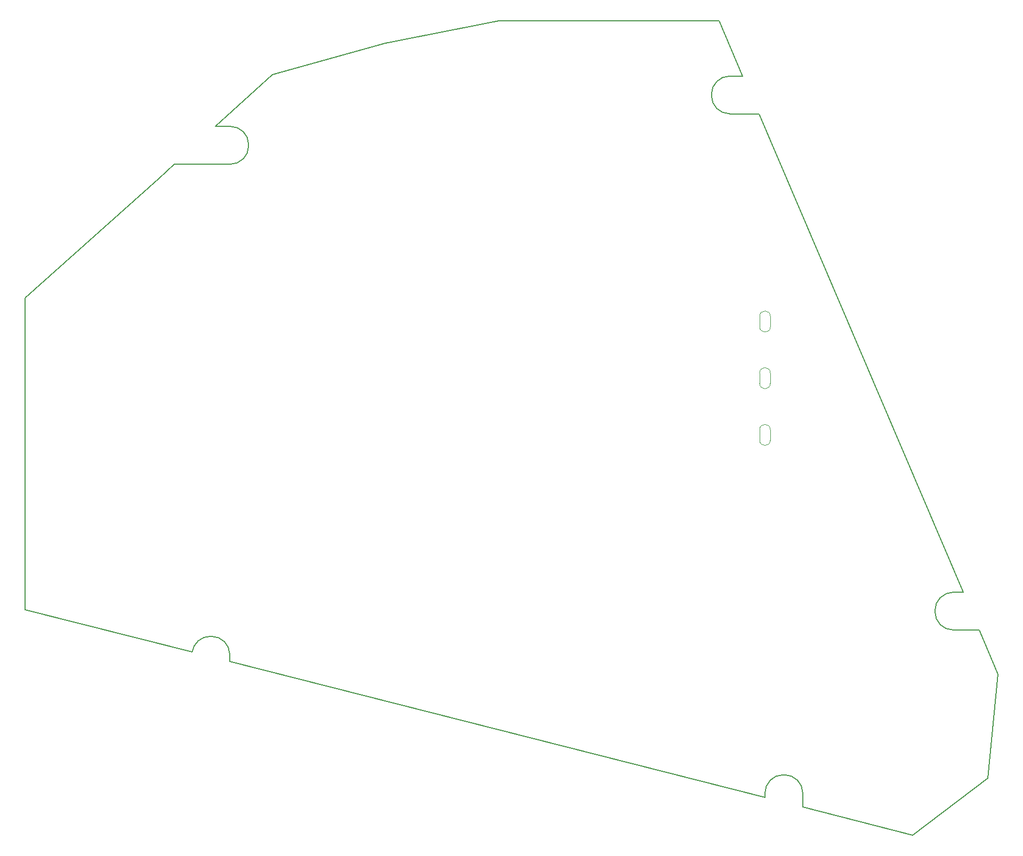
<source format=gbr>
%TF.GenerationSoftware,KiCad,Pcbnew,7.0.1*%
%TF.CreationDate,2023-03-19T14:30:15+01:00*%
%TF.ProjectId,grapto-v3w-left,67726170-746f-42d7-9633-772d6c656674,v1.0.0*%
%TF.SameCoordinates,Original*%
%TF.FileFunction,Profile,NP*%
%FSLAX46Y46*%
G04 Gerber Fmt 4.6, Leading zero omitted, Abs format (unit mm)*
G04 Created by KiCad (PCBNEW 7.0.1) date 2023-03-19 14:30:15*
%MOMM*%
%LPD*%
G01*
G04 APERTURE LIST*
%TA.AperFunction,Profile*%
%ADD10C,0.150000*%
%TD*%
%TA.AperFunction,Profile*%
%ADD11C,0.120000*%
%TD*%
G04 APERTURE END LIST*
D10*
X262500000Y-194400000D02*
G75*
G03*
X259600000Y-191500000I-2900000J0D01*
G01*
X305250000Y-93750000D02*
X340250000Y-93750000D01*
X377400000Y-184500000D02*
G75*
G03*
X374500000Y-187400000I0J-2900000D01*
G01*
X287250000Y-97250000D02*
X305250000Y-93750000D01*
X374500000Y-187400000D02*
X374500000Y-187600000D01*
X381540427Y-190500000D02*
X384523490Y-197489788D01*
X343984276Y-102500000D02*
X341900000Y-102500000D01*
X350400000Y-213500000D02*
G75*
G03*
X347500000Y-216400000I0J-2900000D01*
G01*
X259400000Y-191500001D02*
G75*
G03*
X256527146Y-194004142I0J-2899999D01*
G01*
X346544923Y-108500000D02*
X378979781Y-184500000D01*
X256527145Y-194004142D02*
X229950000Y-187250000D01*
X259600000Y-191500000D02*
X259400000Y-191500000D01*
X341900000Y-102500000D02*
G75*
G03*
X339000000Y-105400000I0J-2900000D01*
G01*
X262600000Y-116500000D02*
G75*
G03*
X265500000Y-113600000I0J2900000D01*
G01*
X339000000Y-105600000D02*
G75*
G03*
X341900000Y-108500000I2900000J0D01*
G01*
X253704545Y-116500000D02*
X262600000Y-116500000D01*
X260250000Y-110500000D02*
X269250000Y-102250000D01*
X377400000Y-190500000D02*
X381540427Y-190500000D01*
X341900000Y-108500000D02*
X346544923Y-108500000D01*
X229950000Y-187250000D02*
X229950000Y-137750000D01*
X382928411Y-214045171D02*
X370958338Y-223084937D01*
X353500000Y-216400000D02*
G75*
G03*
X350600000Y-213500000I-2900000J0D01*
G01*
X347500000Y-217123388D02*
X262500000Y-195522044D01*
X384523490Y-197489788D02*
X382928411Y-214045171D01*
X353500000Y-218648189D02*
X353500000Y-216400000D01*
X262500000Y-195522044D02*
X262500000Y-194400000D01*
X251250000Y-118750000D02*
X253704545Y-116500000D01*
X265500000Y-113400000D02*
G75*
G03*
X262600000Y-110500000I-2900000J0D01*
G01*
X347500000Y-216400000D02*
X347500000Y-217123388D01*
X339000000Y-105400000D02*
X339000000Y-105600000D01*
X269250000Y-102250000D02*
X287250000Y-97250000D01*
X350600000Y-213500000D02*
X350400000Y-213500000D01*
X340250000Y-93750000D02*
X343984276Y-102500000D01*
X229950000Y-137750000D02*
X251250000Y-118750000D01*
X262600000Y-110500000D02*
X260250000Y-110500000D01*
X374500000Y-187600000D02*
G75*
G03*
X377400000Y-190500000I2900000J0D01*
G01*
X378979781Y-184500000D02*
X377400000Y-184500000D01*
X370958338Y-223084937D02*
X353500000Y-218648189D01*
X265500000Y-113600000D02*
X265500000Y-113400000D01*
D11*
%TO.C,D31*%
X348350000Y-151320000D02*
X348350000Y-149670000D01*
X346650000Y-151320000D02*
X346650000Y-149670000D01*
X346650000Y-151320000D02*
G75*
G03*
X348350000Y-151320000I850000J0D01*
G01*
X348350000Y-149670000D02*
G75*
G03*
X346650000Y-149670000I-850000J0D01*
G01*
%TO.C,D32*%
X348350000Y-160335000D02*
X348350000Y-158685000D01*
X346650000Y-160335000D02*
X346650000Y-158685000D01*
X346650000Y-160335000D02*
G75*
G03*
X348350000Y-160335000I850000J0D01*
G01*
X348350000Y-158685000D02*
G75*
G03*
X346650000Y-158685000I-850000J0D01*
G01*
%TO.C,D30*%
X348360000Y-142320000D02*
X348360000Y-140670000D01*
X346660000Y-142320000D02*
X346660000Y-140670000D01*
X346660000Y-142320000D02*
G75*
G03*
X348360000Y-142320000I850000J0D01*
G01*
X348360000Y-140670000D02*
G75*
G03*
X346660000Y-140670000I-850000J0D01*
G01*
%TD*%
M02*

</source>
